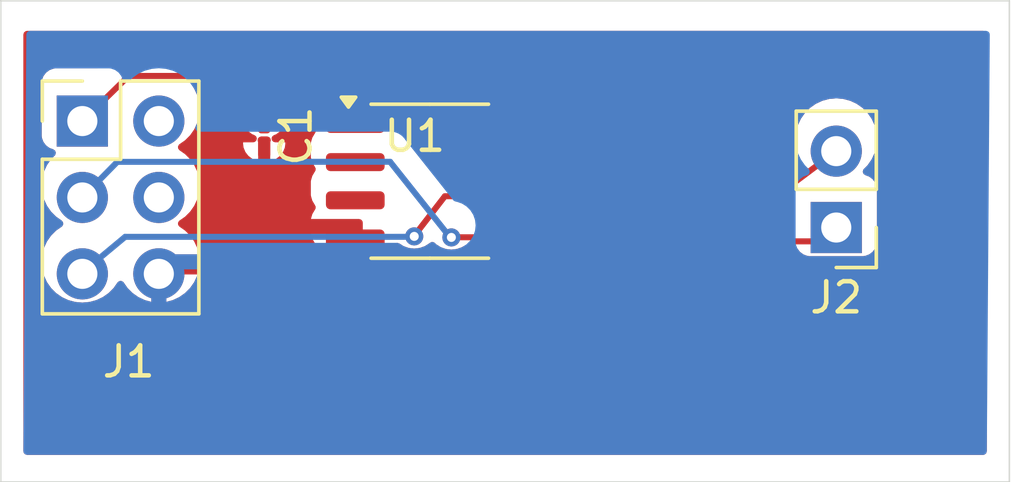
<source format=kicad_pcb>
(kicad_pcb (version 20240108) (generator "pcbnew") (generator_version "8.0")
  (layers (0 "F.Cu" signal) (31 "B.Cu" signal) (34 "B.Paste" user) (35 "F.Paste" user) (36 "B.SilkS" user "B.Silkscreen") (37 "F.SilkS" user "F.Silkscreen") (38 "B.Mask" user) (39 "F.Mask" user) (44 "Edge.Cuts" user))
  (net 0 "")
  (net 1 "GND")
  (net 2 "+3.3V")
  (net 3 "SCL")
  (net 6 "SDA")
  (footprint "Package_SO:SOIC-8_3.9x4.9mm_P1.27mm" (layer "F.Cu") (at 160.5 99)
    (property "Reference" "U1" (at -0.5 -1.5 0) (layer "F.SilkS"))
    (property "Value" "~")
    (fp_line (start 0 -2.56) (end -1.95 -2.56) (stroke (width 0.12)) (layer "F.SilkS"))
    (fp_line (start 0 -2.56) (end 1.95 -2.56) (stroke (width 0.12)) (layer "F.SilkS"))
    (fp_line (start 0 2.56) (end -1.95 2.56) (stroke (width 0.12)) (layer "F.SilkS"))
    (fp_line (start 0 2.56) (end 1.95 2.56) (stroke (width 0.12)) (layer "F.SilkS"))
    (fp_poly (pts (xy -2.7 -2.465) (xy -2.94 -2.795) (xy -2.46 -2.795) (xy -2.7 -2.465)) (stroke (width 0.12)) (fill solid) (layer "F.SilkS"))
    (pad "1" smd roundrect (at -2.475 -1.905) (size 1.95 0.6) (layers "F.Cu" "F.Paste" "F.Mask"))
    (pad "2" smd roundrect (at -2.475 -0.635) (size 1.95 0.6) (layers "F.Cu" "F.Paste" "F.Mask"))
    (pad "3" smd roundrect (at -2.475 0.635) (size 1.95 0.6) (layers "F.Cu" "F.Paste" "F.Mask"))
    (pad "4" smd roundrect (at -2.475 1.905) (size 1.95 0.6) (layers "F.Cu" "F.Paste" "F.Mask") (net 1 "GND"))
    (pad "5" smd roundrect (at 2.475 1.905) (size 1.95 0.6) (layers "F.Cu" "F.Paste" "F.Mask") (net 6 "SDA"))
    (pad "6" smd roundrect (at 2.475 0.635) (size 1.95 0.6) (layers "F.Cu" "F.Paste" "F.Mask") (net 3 "SCL"))
    (pad "7" smd roundrect (at 2.475 -0.635) (size 1.95 0.6) (layers "F.Cu" "F.Paste" "F.Mask"))
    (pad "8" smd roundrect (at 2.475 -1.905) (size 1.95 0.6) (layers "F.Cu" "F.Paste" "F.Mask") (net 2 "+3.3V"))
  )
  (footprint "Connector_PinHeader_2.54mm:PinHeader_2x03_P2.54mm_Vertical" (layer "F.Cu") (at 148.96 97)
    (property "Reference" "J1" (at 1.54 8 0) (layer "F.SilkS"))
    (property "Value" "Conn_02x03_Odd_Even")
    (fp_line (start -1.33 -1.33) (end 0 -1.33) (stroke (width 0.12)) (layer "F.SilkS"))
    (fp_line (start -1.33 0) (end -1.33 -1.33) (stroke (width 0.12)) (layer "F.SilkS"))
    (fp_line (start -1.33 1.27) (end -1.33 6.41) (stroke (width 0.12)) (layer "F.SilkS"))
    (fp_line (start -1.33 1.27) (end 1.27 1.27) (stroke (width 0.12)) (layer "F.SilkS"))
    (fp_line (start -1.33 6.41) (end 3.87 6.41) (stroke (width 0.12)) (layer "F.SilkS"))
    (fp_line (start 1.27 -1.33) (end 3.87 -1.33) (stroke (width 0.12)) (layer "F.SilkS"))
    (fp_line (start 1.27 1.27) (end 1.27 -1.33) (stroke (width 0.12)) (layer "F.SilkS"))
    (fp_line (start 3.87 -1.33) (end 3.87 6.41) (stroke (width 0.12)) (layer "F.SilkS"))
    (pad "1" thru_hole rect (at 0 0) (size 1.7 1.7) (drill 1) (layers "*.Cu" "*.Mask") (net 2 "+3.3V"))
    (pad "2" thru_hole oval (at 2.54 0) (size 1.7 1.7) (drill 1) (layers "*.Cu" "*.Mask"))
    (pad "3" thru_hole oval (at 0 2.54) (size 1.7 1.7) (drill 1) (layers "*.Cu" "*.Mask") (net 6 "SDA"))
    (pad "4" thru_hole oval (at 2.54 2.54) (size 1.7 1.7) (drill 1) (layers "*.Cu" "*.Mask"))
    (pad "5" thru_hole oval (at 0 5.08) (size 1.7 1.7) (drill 1) (layers "*.Cu" "*.Mask") (net 3 "SCL"))
    (pad "6" thru_hole oval (at 2.54 5.08) (size 1.7 1.7) (drill 1) (layers "*.Cu" "*.Mask") (net 1 "GND"))
  )
  (footprint "Connector_PinHeader_2.54mm:PinHeader_1x02_P2.54mm_Vertical" (layer "F.Cu") (at 174 100.54 180)
    (property "Reference" "J2" (at 0 -2.33 180) (layer "F.SilkS"))
    (property "Value" "Conn_01x02_Pin")
    (fp_line (start 1.33 1.27) (end 1.33 3.87) (stroke (width 0.12)) (layer "F.SilkS"))
    (fp_line (start -1.33 3.87) (end 1.33 3.87) (stroke (width 0.12)) (layer "F.SilkS"))
    (fp_line (start -1.33 1.27) (end 1.33 1.27) (stroke (width 0.12)) (layer "F.SilkS"))
    (fp_line (start -1.33 1.27) (end -1.33 3.87) (stroke (width 0.12)) (layer "F.SilkS"))
    (fp_line (start -1.33 0) (end -1.33 -1.33) (stroke (width 0.12)) (layer "F.SilkS"))
    (fp_line (start -1.33 -1.33) (end 0 -1.33) (stroke (width 0.12)) (layer "F.SilkS"))
    (pad "1" thru_hole rect (at 0 0 180) (size 1.7 1.7) (drill 1) (layers "*.Cu" "*.Mask") (net 6 "SDA"))
    (pad "2" thru_hole oval (at 0 2.54 180) (size 1.7 1.7) (drill 1) (layers "*.Cu" "*.Mask") (net 3 "SCL"))
  )
  (footprint "Capacitor_SMD:C_0201_0603Metric_Pad0.64x0.40mm_HandSolder" (layer "F.Cu") (at 155 97.5 -90)
    (property "Reference" "C1" (at 0 -1.05 90) (layer "F.SilkS"))
    (property "Value" "C 0.1uf")
    (pad "1" smd roundrect (at -0.4075 0 270) (size 0.635 0.4) (layers "F.Cu" "F.Mask") (net 2 "+3.3V"))
    (pad "2" smd roundrect (at 0.4075 0 270) (size 0.635 0.4) (layers "F.Cu" "F.Mask") (net 1 "GND"))
  )
  (gr_line (start 156 102) (end 152 102) (stroke (width 0.2)) (layer "F.Cu") (net 1))
  (gr_line (start 161.225287 100.864449) (end 163.041522 100.864449) (stroke (width 0.2)) (layer "F.Cu") (net 6))
  (gr_line (start 163 99.5) (end 172 99.5) (stroke (width 0.2)) (layer "F.Cu") (net 3))
  (gr_line (start 158 101) (end 156 102) (stroke (width 0.2)) (layer "F.Cu") (net 1))
  (gr_line (start 148.96 97) (end 150.5 95.5) (stroke (width 0.2)) (layer "F.Cu") (net 2))
  (gr_line (start 150.5 95.5) (end 161 95.5) (stroke (width 0.2)) (layer "F.Cu") (net 2))
  (gr_line (start 161 95.5) (end 163 97) (stroke (width 0.2)) (layer "F.Cu") (net 2))
  (gr_line (start 163 101) (end 173.5 101) (stroke (width 0.2)) (layer "F.Cu") (net 6))
  (gr_line (start 159.991779 100.804901) (end 161 99.5) (stroke (width 0.2)) (layer "F.Cu") (net 3))
  (gr_line (start 155 98) (end 155 102) (stroke (width 0.2)) (layer "F.Cu") (net 1))
  (gr_line (start 173.5 101) (end 174 100.54) (stroke (width 0.2)) (layer "F.Cu") (net 6))
  (gr_line (start 172 99.5) (end 174 98) (stroke (width 0.2)) (layer "F.Cu") (net 3))
  (gr_line (start 163 99.5) (end 161 99.5) (stroke (width 0.2)) (layer "F.Cu") (net 3))
  (gr_line (start 155 95.5) (end 155 97) (stroke (width 0.2)) (layer "F.Cu") (net 2))
  (gr_line (start 150.121873 98.355598) (end 149 99.5) (stroke (width 0.2)) (layer "B.Cu") (net 6))
  (gr_line (start 149 102) (end 150.382418 100.849415) (stroke (width 0.2)) (layer "B.Cu") (net 3))
  (gr_line (start 159 100.849415) (end 159.864175 100.847435) (stroke (width 0.2)) (layer "B.Cu") (net 3))
  (gr_line (start 153.063152 98.355598) (end 150.121873 98.355598) (stroke (width 0.2)) (layer "B.Cu") (net 6))
  (gr_line (start 159.180989 98.353255) (end 153.063152 98.355598) (stroke (width 0.2)) (layer "B.Cu") (net 6))
  (gr_line (start 159.180989 98.353255) (end 161.172265 100.863672) (stroke (width 0.2)) (layer "B.Cu") (net 6))
  (gr_line (start 150.382418 100.849415) (end 159 100.849415) (stroke (width 0.2)) (layer "B.Cu") (net 3))
  (gr_rect (start 146.25 93) (end 179.75 109) (stroke (width 0.05)) (fill none) (layer "Edge.Cuts"))
  (via (at 159.983272 100.834675) (size 0.6) (drill 0.3) (layers "F.Cu" "B.Cu") (net 3))
  (via (at 161.21678 100.868703) (size 0.6) (drill 0.3) (layers "F.Cu" "B.Cu") (net 6))
  (zone (net 1) (net_name "GND") (layer "F.Cu") (connect_pads (clearance 0.5)) (min_thickness 0.25) (fill yes (thermal_gap 0.5) (thermal_bridge_width 0.5))
    (polygon (pts (xy 147 94) (xy 179 94) (xy 179 108.1) (xy 147 108.1)))
  )
  (zone (net 1) (net_name "GND") (layer "B.Cu") (priority 1) (connect_pads (clearance 0.5)) (min_thickness 0.25) (fill yes (thermal_gap 0.5) (thermal_bridge_width 0.5))
    (polygon (pts (xy 147.1 94) (xy 179.1 94) (xy 179 108.1) (xy 147 108.1)))
  )
)
</source>
